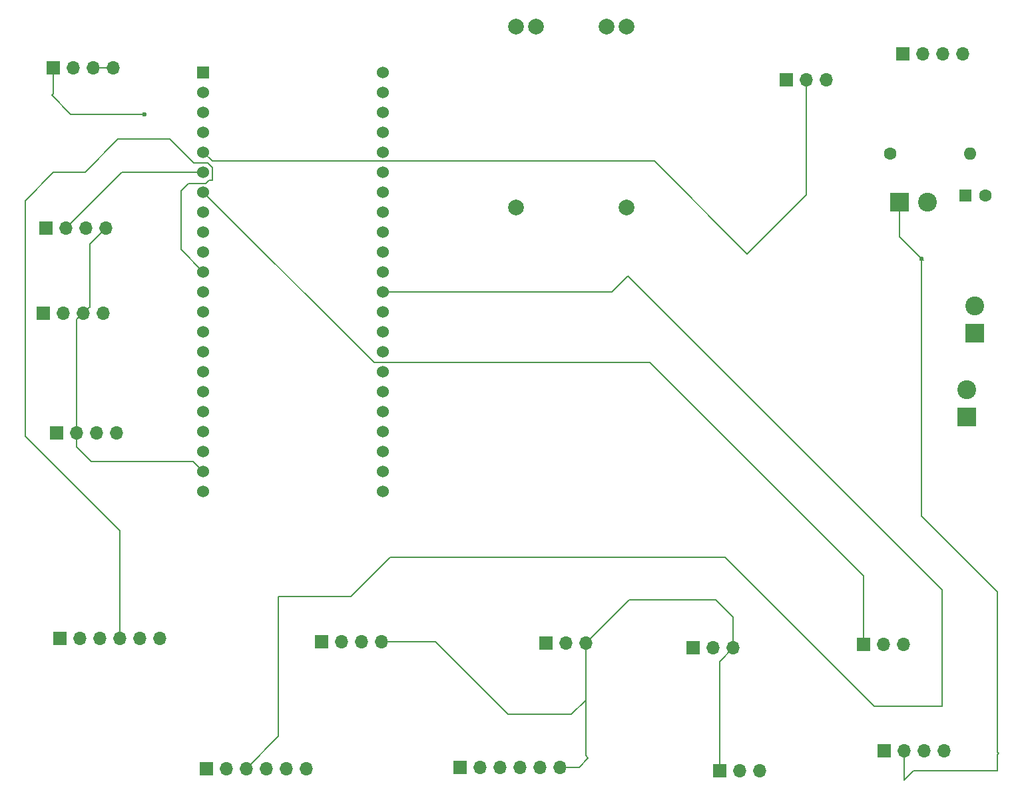
<source format=gbr>
%TF.GenerationSoftware,KiCad,Pcbnew,8.0.4*%
%TF.CreationDate,2025-03-08T14:23:22+05:30*%
%TF.ProjectId,CODE GREEN,434f4445-2047-4524-9545-4e2e6b696361,rev?*%
%TF.SameCoordinates,Original*%
%TF.FileFunction,Copper,L2,Bot*%
%TF.FilePolarity,Positive*%
%FSLAX46Y46*%
G04 Gerber Fmt 4.6, Leading zero omitted, Abs format (unit mm)*
G04 Created by KiCad (PCBNEW 8.0.4) date 2025-03-08 14:23:22*
%MOMM*%
%LPD*%
G01*
G04 APERTURE LIST*
%TA.AperFunction,ComponentPad*%
%ADD10R,1.700000X1.700000*%
%TD*%
%TA.AperFunction,ComponentPad*%
%ADD11O,1.700000X1.700000*%
%TD*%
%TA.AperFunction,ComponentPad*%
%ADD12R,1.600000X1.600000*%
%TD*%
%TA.AperFunction,ComponentPad*%
%ADD13C,1.600000*%
%TD*%
%TA.AperFunction,ComponentPad*%
%ADD14C,2.000000*%
%TD*%
%TA.AperFunction,ComponentPad*%
%ADD15R,2.400000X2.400000*%
%TD*%
%TA.AperFunction,ComponentPad*%
%ADD16C,2.400000*%
%TD*%
%TA.AperFunction,ComponentPad*%
%ADD17O,1.600000X1.600000*%
%TD*%
%TA.AperFunction,ComponentPad*%
%ADD18C,1.530000*%
%TD*%
%TA.AperFunction,ComponentPad*%
%ADD19R,1.530000X1.530000*%
%TD*%
%TA.AperFunction,ViaPad*%
%ADD20C,0.600000*%
%TD*%
%TA.AperFunction,Conductor*%
%ADD21C,0.200000*%
%TD*%
G04 APERTURE END LIST*
D10*
%TO.P,J2,1*%
%TO.N,GND1*%
X139268200Y-118897400D03*
D11*
%TO.P,J2,2*%
%TO.N,Net-(J19-Pad1)*%
X141808200Y-118897400D03*
%TO.P,J2,3*%
%TO.N,GND1*%
X144348200Y-118897400D03*
%TO.P,J2,4*%
%TO.N,+5V*%
X146888200Y-118897400D03*
%TD*%
D12*
%TO.P,C1,1*%
%TO.N,Net-(C1-Pad1)*%
X149590975Y-48157800D03*
D13*
%TO.P,C1,2*%
%TO.N,GND1*%
X152090975Y-48157800D03*
%TD*%
D14*
%TO.P,U2,1,B-*%
%TO.N,GND1*%
X92456000Y-49657000D03*
%TO.P,U2,2,B+*%
%TO.N,Net-(U2-B+)*%
X106456000Y-49657000D03*
%TO.P,U2,3,IN-*%
%TO.N,unconnected-(U2-IN--Pad3)*%
X92456000Y-26657000D03*
%TO.P,U2,4,IN+*%
%TO.N,unconnected-(U2-IN+-Pad4)*%
X106456000Y-26657000D03*
%TO.P,U2,5,OUT-*%
%TO.N,GND1*%
X94996000Y-26657000D03*
%TO.P,U2,6,OUT+*%
%TO.N,Net-(U2-OUT+)*%
X103916000Y-26657000D03*
%TD*%
D15*
%TO.P,J18,1*%
%TO.N,Net-(U2-B+)*%
X149718800Y-76349800D03*
D16*
%TO.P,J18,2*%
%TO.N,GND1*%
X149718800Y-72849800D03*
%TD*%
D13*
%TO.P,R1,1*%
%TO.N,Net-(C1-Pad1)*%
X140001200Y-42857800D03*
D17*
%TO.P,R1,2*%
%TO.N,+5V*%
X150161200Y-42857800D03*
%TD*%
D10*
%TO.P,J17,1*%
%TO.N,unconnected-(J17-Pad1)*%
X34391600Y-104546400D03*
D11*
%TO.P,J17,2*%
%TO.N,unconnected-(J17-Pad2)*%
X36931600Y-104546400D03*
%TO.P,J17,3*%
%TO.N,SCL*%
X39471600Y-104546400D03*
%TO.P,J17,4*%
%TO.N,SDA*%
X42011600Y-104546400D03*
%TO.P,J17,5*%
%TO.N,+5V*%
X44551600Y-104546400D03*
%TO.P,J17,6*%
%TO.N,GND1*%
X47091600Y-104546400D03*
%TD*%
D10*
%TO.P,J8,1*%
%TO.N,SCL*%
X141589600Y-30124800D03*
D11*
%TO.P,J8,2*%
%TO.N,SDA*%
X144129600Y-30124800D03*
%TO.P,J8,3*%
%TO.N,GND1*%
X146669600Y-30124800D03*
%TO.P,J8,4*%
%TO.N,+3.3V*%
X149209600Y-30124800D03*
%TD*%
D10*
%TO.P,J5,1*%
%TO.N,Net-(C1-Pad1)*%
X53035600Y-121106800D03*
D11*
%TO.P,J5,2*%
%TO.N,GND1*%
X55575600Y-121106800D03*
%TO.P,J5,3*%
%TO.N,SIGNAL 9*%
X58115600Y-121106800D03*
%TO.P,J5,4*%
%TO.N,GND1*%
X60655600Y-121106800D03*
%TO.P,J5,5*%
%TO.N,SIGNAL 10*%
X63195600Y-121106800D03*
%TO.P,J5,6*%
%TO.N,Net-(C1-Pad1)*%
X65735600Y-121106800D03*
%TD*%
D10*
%TO.P,J15,1*%
%TO.N,unconnected-(J15-Pad1)*%
X32613600Y-52273200D03*
D11*
%TO.P,J15,2*%
%TO.N,SIGNAL 7*%
X35153600Y-52273200D03*
%TO.P,J15,3*%
%TO.N,GND1*%
X37693600Y-52273200D03*
%TO.P,J15,4*%
%TO.N,+5V*%
X40233600Y-52273200D03*
%TD*%
D10*
%TO.P,J14,1*%
%TO.N,SIGNAL 8*%
X136601600Y-105308000D03*
D11*
%TO.P,J14,2*%
%TO.N,GND1*%
X139141600Y-105308000D03*
%TO.P,J14,3*%
%TO.N,+5V*%
X141681600Y-105308000D03*
%TD*%
D10*
%TO.P,J7,1*%
%TO.N,SIGNAL 3*%
X32283400Y-63144400D03*
D11*
%TO.P,J7,2*%
%TO.N,GND1*%
X34823400Y-63144400D03*
%TO.P,J7,3*%
%TO.N,+5V*%
X37363400Y-63144400D03*
%TO.P,J7,4*%
%TO.N,unconnected-(J7-Pad4)*%
X39903400Y-63144400D03*
%TD*%
D10*
%TO.P,J6,1*%
%TO.N,SIGNAL 4*%
X96190200Y-105155600D03*
D11*
%TO.P,J6,2*%
%TO.N,GND1*%
X98730200Y-105155600D03*
%TO.P,J6,3*%
%TO.N,+5V*%
X101270200Y-105155600D03*
%TD*%
D10*
%TO.P,J11,1*%
%TO.N,SIGNAL 12*%
X33553400Y-31927800D03*
D11*
%TO.P,J11,2*%
%TO.N,SIGNAL 11*%
X36093400Y-31927800D03*
%TO.P,J11,3*%
%TO.N,GND1*%
X38633400Y-31927800D03*
%TO.P,J11,4*%
X41173400Y-31927800D03*
%TD*%
D10*
%TO.P,J4,1*%
%TO.N,unconnected-(J4-Pad1)*%
X85344400Y-120979800D03*
D11*
%TO.P,J4,2*%
%TO.N,unconnected-(J4-Pad2)*%
X87884400Y-120979800D03*
%TO.P,J4,3*%
%TO.N,SDL*%
X90424400Y-120979800D03*
%TO.P,J4,4*%
%TO.N,SCA*%
X92964400Y-120979800D03*
%TO.P,J4,5*%
%TO.N,GND1*%
X95504400Y-120979800D03*
%TO.P,J4,6*%
%TO.N,+5V*%
X98044400Y-120979800D03*
%TD*%
D15*
%TO.P,J10,1*%
%TO.N,Net-(U2-OUT+)*%
X150723600Y-65730000D03*
D16*
%TO.P,J10,2*%
%TO.N,GND1*%
X150723600Y-62230000D03*
%TD*%
D15*
%TO.P,J19,1*%
%TO.N,Net-(J19-Pad1)*%
X141201200Y-49007800D03*
D16*
%TO.P,J19,2*%
%TO.N,GND1*%
X144701200Y-49007800D03*
%TD*%
D10*
%TO.P,J13,1*%
%TO.N,SIGNAL 5*%
X114975800Y-105714800D03*
D11*
%TO.P,J13,2*%
%TO.N,GND1*%
X117515800Y-105714800D03*
%TO.P,J13,3*%
%TO.N,+5V*%
X120055800Y-105714800D03*
%TD*%
D10*
%TO.P,J12,1*%
%TO.N,GND1*%
X126796800Y-33398400D03*
D11*
%TO.P,J12,2*%
%TO.N,SIGNAL 6*%
X129336800Y-33398400D03*
%TO.P,J12,3*%
%TO.N,+5V*%
X131876800Y-33398400D03*
%TD*%
D10*
%TO.P,J16,1*%
%TO.N,+5V*%
X118288200Y-121411600D03*
D11*
%TO.P,J16,2*%
%TO.N,SIGNAL 12*%
X120828200Y-121411600D03*
%TO.P,J16,3*%
%TO.N,GND1*%
X123368200Y-121411600D03*
%TD*%
D10*
%TO.P,J3,1*%
%TO.N,unconnected-(J3-Pad1)*%
X34036000Y-78384400D03*
D11*
%TO.P,J3,2*%
%TO.N,+5V*%
X36576000Y-78384400D03*
%TO.P,J3,3*%
%TO.N,GND1*%
X39116000Y-78384400D03*
%TO.P,J3,4*%
%TO.N,SIGNAL 1*%
X41656000Y-78384400D03*
%TD*%
D10*
%TO.P,J1,1*%
%TO.N,unconnected-(J1-Pad1)*%
X67666000Y-105003200D03*
D11*
%TO.P,J1,2*%
%TO.N,SIGNAL 2*%
X70206000Y-105003200D03*
%TO.P,J1,3*%
%TO.N,GND1*%
X72746000Y-105003200D03*
%TO.P,J1,4*%
%TO.N,+5V*%
X75286000Y-105003200D03*
%TD*%
D18*
%TO.P,U1,J3_22,GND__3*%
%TO.N,GND1*%
X75514200Y-85801200D03*
%TO.P,U1,J3_21,GND__2*%
X75514200Y-83261200D03*
%TO.P,U1,J3_20,USB_D-/GPIO19*%
%TO.N,unconnected-(U1-USB_D-{slash}GPIO19-PadJ3_20)*%
X75514200Y-80721200D03*
%TO.P,U1,J3_19,USB_D+/GPIO20*%
%TO.N,unconnected-(U1-USB_D+{slash}GPIO20-PadJ3_19)*%
X75514200Y-78181200D03*
%TO.P,U1,J3_18,GPIO21*%
%TO.N,SCL*%
X75514200Y-75641200D03*
%TO.P,U1,J3_17,GPIO47*%
%TO.N,unconnected-(U1-GPIO47-PadJ3_17)*%
X75514200Y-73101200D03*
%TO.P,U1,J3_16,GPIO48*%
%TO.N,unconnected-(U1-GPIO48-PadJ3_16)*%
X75514200Y-70561200D03*
%TO.P,U1,J3_15,GPIO45*%
%TO.N,unconnected-(U1-GPIO45-PadJ3_15)*%
X75514200Y-68021200D03*
%TO.P,U1,J3_14,GPIO0*%
%TO.N,SIGNAL2*%
X75514200Y-65481200D03*
%TO.P,U1,J3_13,GPIO35*%
%TO.N,SIGNAL 10*%
X75514200Y-62941200D03*
%TO.P,U1,J3_12,GPIO36*%
%TO.N,SIGNAL 9*%
X75514200Y-60401200D03*
%TO.P,U1,J3_11,GPIO37*%
%TO.N,SIGNAL 11*%
X75514200Y-57861200D03*
%TO.P,U1,J3_10,GPIO38*%
%TO.N,unconnected-(U1-GPIO38-PadJ3_10)*%
X75514200Y-55321200D03*
%TO.P,U1,J3_9,MTCK/GPIO39*%
%TO.N,SIGNAL 12*%
X75514200Y-52781200D03*
%TO.P,U1,J3_8,MTDO/GPIO40*%
%TO.N,unconnected-(U1-MTDO{slash}GPIO40-PadJ3_8)*%
X75514200Y-50241200D03*
%TO.P,U1,J3_7,MTDI/GPIO41*%
%TO.N,unconnected-(U1-MTDI{slash}GPIO41-PadJ3_7)*%
X75514200Y-47701200D03*
%TO.P,U1,J3_6,MTMS/GPIO42*%
%TO.N,unconnected-(U1-MTMS{slash}GPIO42-PadJ3_6)*%
X75514200Y-45161200D03*
%TO.P,U1,J3_5,GPIO2*%
%TO.N,SIGNAL 3*%
X75514200Y-42621200D03*
%TO.P,U1,J3_4,GPIO1*%
%TO.N,SIGNAL1*%
X75514200Y-40081200D03*
%TO.P,U1,J3_3,U0RXD/GPIO44*%
%TO.N,unconnected-(U1-U0RXD{slash}GPIO44-PadJ3_3)*%
X75514200Y-37541200D03*
%TO.P,U1,J3_2,U0TXD/GPIO43*%
%TO.N,unconnected-(U1-U0TXD{slash}GPIO43-PadJ3_2)*%
X75514200Y-35001200D03*
%TO.P,U1,J3_1,GND__1*%
%TO.N,GND1*%
X75514200Y-32461200D03*
%TO.P,U1,J1_22,GND*%
X52654200Y-85801200D03*
%TO.P,U1,J1_21,5V0*%
%TO.N,+5V*%
X52654200Y-83261200D03*
%TO.P,U1,J1_20,GPIO14*%
%TO.N,unconnected-(U1-GPIO14-PadJ1_20)*%
X52654200Y-80721200D03*
%TO.P,U1,J1_19,GPIO13*%
%TO.N,unconnected-(U1-GPIO13-PadJ1_19)*%
X52654200Y-78181200D03*
%TO.P,U1,J1_18,GPIO12*%
%TO.N,unconnected-(U1-GPIO12-PadJ1_18)*%
X52654200Y-75641200D03*
%TO.P,U1,J1_17,GPIO11*%
%TO.N,unconnected-(U1-GPIO11-PadJ1_17)*%
X52654200Y-73101200D03*
%TO.P,U1,J1_16,GPIO10*%
%TO.N,unconnected-(U1-GPIO10-PadJ1_16)*%
X52654200Y-70561200D03*
%TO.P,U1,J1_15,GPIO9*%
%TO.N,unconnected-(U1-GPIO9-PadJ1_15)*%
X52654200Y-68021200D03*
%TO.P,U1,J1_14,GPIO46*%
%TO.N,unconnected-(U1-GPIO46-PadJ1_14)*%
X52654200Y-65481200D03*
%TO.P,U1,J1_13,GPIO3*%
%TO.N,SIGNAL 4*%
X52654200Y-62941200D03*
%TO.P,U1,J1_12,GPIO8*%
%TO.N,unconnected-(U1-GPIO8-PadJ1_12)*%
X52654200Y-60401200D03*
%TO.P,U1,J1_11,GPIO18*%
%TO.N,SDA*%
X52654200Y-57861200D03*
%TO.P,U1,J1_10,GPIO17*%
%TO.N,unconnected-(U1-GPIO17-PadJ1_10)*%
X52654200Y-55321200D03*
%TO.P,U1,J1_9,GPIO16*%
%TO.N,unconnected-(U1-GPIO16-PadJ1_9)*%
X52654200Y-52781200D03*
%TO.P,U1,J1_8,GPIO15*%
%TO.N,unconnected-(U1-GPIO15-PadJ1_8)*%
X52654200Y-50241200D03*
%TO.P,U1,J1_7,GPIO7*%
%TO.N,SIGNAL 8*%
X52654200Y-47701200D03*
%TO.P,U1,J1_6,GPIO6*%
%TO.N,SIGNAL 7*%
X52654200Y-45161200D03*
%TO.P,U1,J1_5,GPIO5*%
%TO.N,SIGNAL 6*%
X52654200Y-42621200D03*
%TO.P,U1,J1_4,GPIO4*%
%TO.N,SIGNAL 5*%
X52654200Y-40081200D03*
%TO.P,U1,J1_3,RST*%
%TO.N,unconnected-(U1-RST-PadJ1_3)*%
X52654200Y-37541200D03*
%TO.P,U1,J1_2,3V3__1*%
%TO.N,+3.3V*%
X52654200Y-35001200D03*
D19*
%TO.P,U1,J1_1,3V3*%
X52654200Y-32461200D03*
%TD*%
D20*
%TO.N,Net-(J19-Pad1)*%
X144000000Y-56200000D03*
%TO.N,SIGNAL 12*%
X45200000Y-37800000D03*
%TD*%
D21*
%TO.N,Net-(J19-Pad1)*%
X141800000Y-118905600D02*
X141808200Y-118897400D01*
X141800000Y-122600000D02*
X141800000Y-118905600D01*
X143000000Y-121400000D02*
X141800000Y-122600000D01*
X153600000Y-121400000D02*
X143000000Y-121400000D01*
X153600000Y-119400000D02*
X153600000Y-121400000D01*
X153600000Y-98600000D02*
X153600000Y-119000000D01*
X153800000Y-119200000D02*
X153600000Y-119400000D01*
X144000000Y-89000000D02*
X153600000Y-98600000D01*
X153600000Y-119000000D02*
X153800000Y-119200000D01*
X144000000Y-56200000D02*
X144000000Y-89000000D01*
X144000000Y-56200000D02*
X144200000Y-56400000D01*
%TO.N,+5V*%
X38107800Y-62400000D02*
X37363400Y-63144400D01*
X38200000Y-62400000D02*
X38107800Y-62400000D01*
%TO.N,SIGNAL 12*%
X35800000Y-37800000D02*
X45200000Y-37800000D01*
X33400000Y-35400000D02*
X35800000Y-37800000D01*
X33553400Y-35246600D02*
X33400000Y-35400000D01*
X33553400Y-31927800D02*
X33553400Y-35246600D01*
%TO.N,+5V*%
X99470200Y-114200000D02*
X101270200Y-112400000D01*
X91400000Y-114200000D02*
X99470200Y-114200000D01*
X101270200Y-105155600D02*
X101270200Y-112400000D01*
X82203200Y-105003200D02*
X91400000Y-114200000D01*
X75286000Y-105003200D02*
X82203200Y-105003200D01*
X101270200Y-112400000D02*
X101270200Y-119470200D01*
X100420200Y-120979800D02*
X98044400Y-120979800D01*
X101600000Y-119800000D02*
X100420200Y-120979800D01*
X101270200Y-119470200D02*
X101600000Y-119800000D01*
X120055800Y-101855800D02*
X117800000Y-99600000D01*
X117800000Y-99600000D02*
X106825800Y-99600000D01*
X106825800Y-99600000D02*
X101270200Y-105155600D01*
X120055800Y-105714800D02*
X120055800Y-101855800D01*
X118288200Y-107482400D02*
X120055800Y-105714800D01*
X118288200Y-121411600D02*
X118288200Y-107482400D01*
%TO.N,Net-(J19-Pad1)*%
X141201200Y-53401200D02*
X144000000Y-56200000D01*
X141201200Y-49007800D02*
X141201200Y-53401200D01*
%TO.N,SIGNAL 9*%
X104598800Y-60401200D02*
X75514200Y-60401200D01*
X106600000Y-58400000D02*
X104598800Y-60401200D01*
X146600000Y-113200000D02*
X146600000Y-98400000D01*
X76400000Y-94200000D02*
X119000000Y-94200000D01*
X71400000Y-99200000D02*
X76400000Y-94200000D01*
X146600000Y-98400000D02*
X106600000Y-58400000D01*
X62200000Y-99200000D02*
X71400000Y-99200000D01*
X138000000Y-113200000D02*
X146600000Y-113200000D01*
X62200000Y-117022400D02*
X62200000Y-99200000D01*
X58115600Y-121106800D02*
X62200000Y-117022400D01*
X119000000Y-94200000D02*
X138000000Y-113200000D01*
%TO.N,GND1*%
X41173400Y-31927800D02*
X38633400Y-31927800D01*
%TO.N,SDA*%
X49800000Y-47600000D02*
X49800000Y-55007000D01*
X53000000Y-46600000D02*
X50800000Y-46600000D01*
X53400000Y-46200000D02*
X53000000Y-46600000D01*
X53800000Y-46200000D02*
X53400000Y-46200000D01*
X50800000Y-46600000D02*
X49800000Y-47600000D01*
X53800000Y-44600000D02*
X53800000Y-46200000D01*
X53200000Y-44000000D02*
X53800000Y-44600000D01*
X51400000Y-44000000D02*
X53200000Y-44000000D01*
X33600000Y-45200000D02*
X37600000Y-45200000D01*
X30000000Y-48800000D02*
X33600000Y-45200000D01*
X30000000Y-78800000D02*
X30000000Y-48800000D01*
X37600000Y-45200000D02*
X41800000Y-41000000D01*
X49800000Y-55007000D02*
X52654200Y-57861200D01*
X48400000Y-41000000D02*
X51400000Y-44000000D01*
X42011600Y-90811600D02*
X30000000Y-78800000D01*
X41800000Y-41000000D02*
X48400000Y-41000000D01*
X42011600Y-104546400D02*
X42011600Y-90811600D01*
%TO.N,+5V*%
X38200000Y-54306800D02*
X40233600Y-52273200D01*
X38200000Y-62400000D02*
X38200000Y-54306800D01*
X36576000Y-63931800D02*
X37363400Y-63144400D01*
X36576000Y-78384400D02*
X36576000Y-63931800D01*
X36576000Y-80176000D02*
X36576000Y-78384400D01*
X38400000Y-82000000D02*
X36576000Y-80176000D01*
X51393000Y-82000000D02*
X38400000Y-82000000D01*
X52654200Y-83261200D02*
X51393000Y-82000000D01*
%TO.N,SIGNAL 8*%
X109400000Y-69400000D02*
X136601600Y-96601600D01*
X74353000Y-69400000D02*
X109400000Y-69400000D01*
X52654200Y-47701200D02*
X74353000Y-69400000D01*
X136601600Y-96601600D02*
X136601600Y-105308000D01*
%TO.N,SIGNAL 7*%
X42265600Y-45161200D02*
X35153600Y-52273200D01*
X52654200Y-45161200D02*
X42265600Y-45161200D01*
%TO.N,SIGNAL 6*%
X110000000Y-43800000D02*
X53833000Y-43800000D01*
X53833000Y-43800000D02*
X52654200Y-42621200D01*
X121800000Y-55600000D02*
X110000000Y-43800000D01*
X129336800Y-48063200D02*
X121800000Y-55600000D01*
X129336800Y-33398400D02*
X129336800Y-48063200D01*
%TD*%
M02*

</source>
